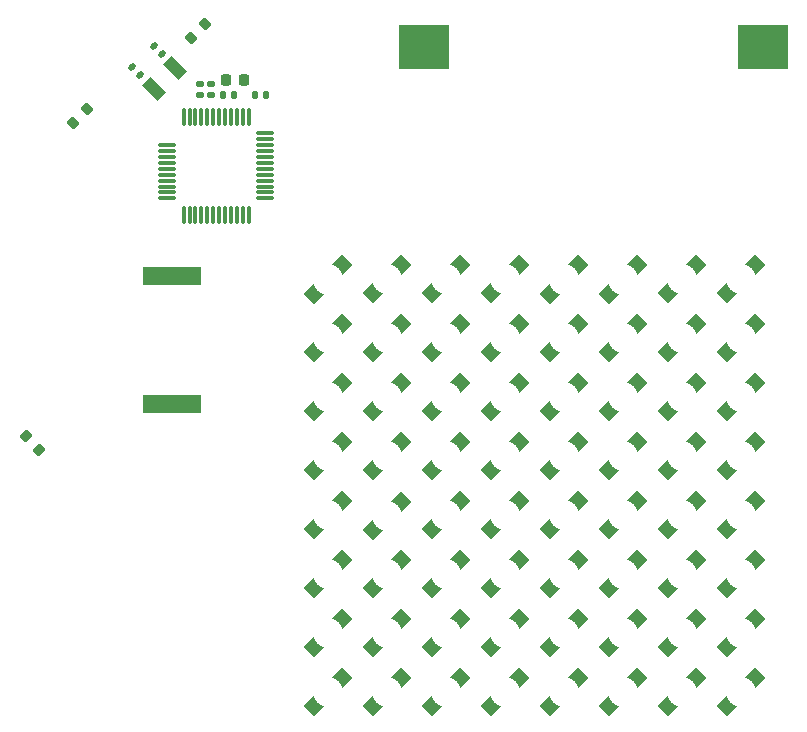
<source format=gbp>
%TF.GenerationSoftware,KiCad,Pcbnew,9.0.4*%
%TF.CreationDate,2025-09-01T02:23:14+01:00*%
%TF.ProjectId,Chirstmas-Card,43686972-7374-46d6-9173-2d436172642e,rev?*%
%TF.SameCoordinates,Original*%
%TF.FileFunction,Paste,Bot*%
%TF.FilePolarity,Positive*%
%FSLAX46Y46*%
G04 Gerber Fmt 4.6, Leading zero omitted, Abs format (unit mm)*
G04 Created by KiCad (PCBNEW 9.0.4) date 2025-09-01 02:23:14*
%MOMM*%
%LPD*%
G01*
G04 APERTURE LIST*
G04 Aperture macros list*
%AMRoundRect*
0 Rectangle with rounded corners*
0 $1 Rounding radius*
0 $2 $3 $4 $5 $6 $7 $8 $9 X,Y pos of 4 corners*
0 Add a 4 corners polygon primitive as box body*
4,1,4,$2,$3,$4,$5,$6,$7,$8,$9,$2,$3,0*
0 Add four circle primitives for the rounded corners*
1,1,$1+$1,$2,$3*
1,1,$1+$1,$4,$5*
1,1,$1+$1,$6,$7*
1,1,$1+$1,$8,$9*
0 Add four rect primitives between the rounded corners*
20,1,$1+$1,$2,$3,$4,$5,0*
20,1,$1+$1,$4,$5,$6,$7,0*
20,1,$1+$1,$6,$7,$8,$9,0*
20,1,$1+$1,$8,$9,$2,$3,0*%
%AMRotRect*
0 Rectangle, with rotation*
0 The origin of the aperture is its center*
0 $1 length*
0 $2 width*
0 $3 Rotation angle, in degrees counterclockwise*
0 Add horizontal line*
21,1,$1,$2,0,0,$3*%
%AMFreePoly0*
4,1,12,0.707250,0.605397,0.612657,0.415428,0.554581,0.211312,0.535000,0.000000,0.554581,-0.211312,0.612657,-0.415428,0.707250,-0.605397,0.722054,-0.625000,-0.535000,-0.625000,-0.535000,0.625000,0.722054,0.625000,0.707250,0.605397,0.707250,0.605397,$1*%
G04 Aperture macros list end*
%ADD10FreePoly0,225.000000*%
%ADD11FreePoly0,45.000000*%
%ADD12R,5.000000X1.500000*%
%ADD13R,4.200000X3.800000*%
%ADD14RoundRect,0.200000X0.053033X-0.335876X0.335876X-0.053033X-0.053033X0.335876X-0.335876X0.053033X0*%
%ADD15RoundRect,0.075000X-0.075000X0.662500X-0.075000X-0.662500X0.075000X-0.662500X0.075000X0.662500X0*%
%ADD16RoundRect,0.075000X-0.662500X0.075000X-0.662500X-0.075000X0.662500X-0.075000X0.662500X0.075000X0*%
%ADD17RoundRect,0.140000X-0.140000X-0.170000X0.140000X-0.170000X0.140000X0.170000X-0.140000X0.170000X0*%
%ADD18RoundRect,0.200000X-0.335876X-0.053033X-0.053033X-0.335876X0.335876X0.053033X0.053033X0.335876X0*%
%ADD19RoundRect,0.225000X-0.225000X-0.250000X0.225000X-0.250000X0.225000X0.250000X-0.225000X0.250000X0*%
%ADD20RoundRect,0.140000X0.170000X-0.140000X0.170000X0.140000X-0.170000X0.140000X-0.170000X-0.140000X0*%
%ADD21RotRect,1.000000X1.800000X225.000000*%
%ADD22RoundRect,0.140000X0.219203X0.021213X0.021213X0.219203X-0.219203X-0.021213X-0.021213X-0.219203X0*%
G04 APERTURE END LIST*
D10*
%TO.C,D45*%
X115978803Y-84521197D03*
D11*
X113421197Y-87078803D03*
%TD*%
D10*
%TO.C,D42*%
X100978803Y-84521197D03*
D11*
X98421197Y-87078803D03*
%TD*%
D10*
%TO.C,D61*%
X115978803Y-94521197D03*
D11*
X113421197Y-97078803D03*
%TD*%
D10*
%TO.C,D46*%
X120978803Y-84521197D03*
D11*
X118421197Y-87078803D03*
%TD*%
D10*
%TO.C,D54*%
X120978803Y-89521197D03*
D11*
X118421197Y-92078803D03*
%TD*%
D10*
%TO.C,D5*%
X115978803Y-59583696D03*
D11*
X113421197Y-62141302D03*
%TD*%
D10*
%TO.C,D51*%
X105978803Y-89521197D03*
D11*
X103421197Y-92078803D03*
%TD*%
D10*
%TO.C,D17*%
X95978803Y-69521197D03*
D11*
X93421197Y-72078803D03*
%TD*%
D10*
%TO.C,D7*%
X125978803Y-59521197D03*
D11*
X123421197Y-62078803D03*
%TD*%
D10*
%TO.C,D52*%
X110978803Y-89521197D03*
D11*
X108421197Y-92078803D03*
%TD*%
D10*
%TO.C,D63*%
X125978803Y-94521197D03*
D11*
X123421197Y-97078803D03*
%TD*%
D10*
%TO.C,D48*%
X130978803Y-84521197D03*
D11*
X128421197Y-87078803D03*
%TD*%
D10*
%TO.C,D50*%
X100978803Y-89521197D03*
D11*
X98421197Y-92078803D03*
%TD*%
D10*
%TO.C,D31*%
X125978803Y-74521197D03*
D11*
X123421197Y-77078803D03*
%TD*%
D10*
%TO.C,D40*%
X130978803Y-79521197D03*
D11*
X128421197Y-82078803D03*
%TD*%
D10*
%TO.C,D4*%
X110978803Y-59521197D03*
D11*
X108421197Y-62078803D03*
%TD*%
D10*
%TO.C,D49*%
X95978803Y-89521197D03*
D11*
X93421197Y-92078803D03*
%TD*%
D10*
%TO.C,D34*%
X100978803Y-79583696D03*
D11*
X98421197Y-82141302D03*
%TD*%
D10*
%TO.C,D43*%
X105978803Y-84521197D03*
D11*
X103421197Y-87078803D03*
%TD*%
D10*
%TO.C,D3*%
X105978803Y-59521197D03*
D11*
X103421197Y-62078803D03*
%TD*%
D10*
%TO.C,D13*%
X115978803Y-64521197D03*
D11*
X113421197Y-67078803D03*
%TD*%
D10*
%TO.C,D12*%
X110978803Y-64521197D03*
D11*
X108421197Y-67078803D03*
%TD*%
D10*
%TO.C,D44*%
X110978803Y-84521197D03*
D11*
X108421197Y-87078803D03*
%TD*%
D10*
%TO.C,D25*%
X95978803Y-74521197D03*
D11*
X93421197Y-77078803D03*
%TD*%
D10*
%TO.C,D22*%
X120978803Y-69521197D03*
D11*
X118421197Y-72078803D03*
%TD*%
D10*
%TO.C,D41*%
X95978803Y-84521197D03*
D11*
X93421197Y-87078803D03*
%TD*%
D10*
%TO.C,D33*%
X95978803Y-79521197D03*
D11*
X93421197Y-82078803D03*
%TD*%
D10*
%TO.C,D37*%
X115978803Y-79521197D03*
D11*
X113421197Y-82078803D03*
%TD*%
D10*
%TO.C,D9*%
X95978803Y-64521197D03*
D11*
X93421197Y-67078803D03*
%TD*%
D10*
%TO.C,D27*%
X105978803Y-74521197D03*
D11*
X103421197Y-77078803D03*
%TD*%
D10*
%TO.C,D58*%
X100978803Y-94521197D03*
D11*
X98421197Y-97078803D03*
%TD*%
D10*
%TO.C,D62*%
X120978803Y-94521197D03*
D11*
X118421197Y-97078803D03*
%TD*%
D10*
%TO.C,D6*%
X120978803Y-59583696D03*
D11*
X118421197Y-62141302D03*
%TD*%
D10*
%TO.C,D38*%
X120978803Y-79521197D03*
D11*
X118421197Y-82078803D03*
%TD*%
D10*
%TO.C,D64*%
X130978803Y-94521197D03*
D11*
X128421197Y-97078803D03*
%TD*%
D10*
%TO.C,D16*%
X130978803Y-64521197D03*
D11*
X128421197Y-67078803D03*
%TD*%
D10*
%TO.C,D19*%
X105978803Y-69521197D03*
D11*
X103421197Y-72078803D03*
%TD*%
D10*
%TO.C,D59*%
X105978803Y-94521197D03*
D11*
X103421197Y-97078803D03*
%TD*%
D10*
%TO.C,D26*%
X100978803Y-74521197D03*
D11*
X98421197Y-77078803D03*
%TD*%
D10*
%TO.C,D30*%
X120978803Y-74521197D03*
D11*
X118421197Y-77078803D03*
%TD*%
D10*
%TO.C,D1*%
X95978803Y-59583696D03*
D11*
X93421197Y-62141302D03*
%TD*%
D10*
%TO.C,D39*%
X125978803Y-79521197D03*
D11*
X123421197Y-82078803D03*
%TD*%
D10*
%TO.C,D56*%
X130978803Y-89521197D03*
D11*
X128421197Y-92078803D03*
%TD*%
D10*
%TO.C,D60*%
X110978803Y-94521197D03*
D11*
X108421197Y-97078803D03*
%TD*%
D10*
%TO.C,D57*%
X95978803Y-94521197D03*
D11*
X93421197Y-97078803D03*
%TD*%
D10*
%TO.C,D8*%
X130978803Y-59521197D03*
D11*
X128421197Y-62078803D03*
%TD*%
D10*
%TO.C,D29*%
X115978803Y-74521197D03*
D11*
X113421197Y-77078803D03*
%TD*%
D10*
%TO.C,D20*%
X110978803Y-69521197D03*
D11*
X108421197Y-72078803D03*
%TD*%
D10*
%TO.C,D18*%
X100978803Y-69521197D03*
D11*
X98421197Y-72078803D03*
%TD*%
D10*
%TO.C,D14*%
X120978803Y-64521197D03*
D11*
X118421197Y-67078803D03*
%TD*%
D10*
%TO.C,D36*%
X110978803Y-79521197D03*
D11*
X108421197Y-82078803D03*
%TD*%
D10*
%TO.C,D2*%
X100978803Y-59521197D03*
D11*
X98421197Y-62078803D03*
%TD*%
D10*
%TO.C,D11*%
X105978803Y-64521197D03*
D11*
X103421197Y-67078803D03*
%TD*%
D10*
%TO.C,D35*%
X105978803Y-79521197D03*
D11*
X103421197Y-82078803D03*
%TD*%
D10*
%TO.C,D21*%
X115978803Y-69521197D03*
D11*
X113421197Y-72078803D03*
%TD*%
D10*
%TO.C,D32*%
X130978803Y-74521197D03*
D11*
X128421197Y-77078803D03*
%TD*%
D10*
%TO.C,D47*%
X125978803Y-84521197D03*
D11*
X123421197Y-87078803D03*
%TD*%
D10*
%TO.C,D55*%
X125978803Y-89521197D03*
D11*
X123421197Y-92078803D03*
%TD*%
D10*
%TO.C,D28*%
X110978803Y-74521197D03*
D11*
X108421197Y-77078803D03*
%TD*%
D10*
%TO.C,D10*%
X100978803Y-64521197D03*
D11*
X98421197Y-67078803D03*
%TD*%
D10*
%TO.C,D53*%
X115978803Y-89521197D03*
D11*
X113421197Y-92078803D03*
%TD*%
D10*
%TO.C,D24*%
X130978803Y-69521197D03*
D11*
X128421197Y-72078803D03*
%TD*%
D10*
%TO.C,D23*%
X125978803Y-69521197D03*
D11*
X123421197Y-72078803D03*
%TD*%
D10*
%TO.C,D15*%
X125978803Y-64521197D03*
D11*
X123421197Y-67078803D03*
%TD*%
D12*
%TO.C,LS1*%
X81500000Y-71400000D03*
X81500000Y-60600000D03*
%TD*%
D13*
%TO.C,BT1*%
X102815000Y-41200000D03*
X131585000Y-41200000D03*
%TD*%
D14*
%TO.C,R5*%
X83116637Y-40383363D03*
X84283363Y-39216637D03*
%TD*%
D15*
%TO.C,U1*%
X82500000Y-47087500D03*
X83000000Y-47087500D03*
X83500000Y-47087500D03*
X84000000Y-47087500D03*
X84500000Y-47087500D03*
X85000000Y-47087500D03*
X85500000Y-47087500D03*
X86000000Y-47087500D03*
X86500000Y-47087500D03*
X87000000Y-47087500D03*
X87500000Y-47087500D03*
X88000000Y-47087500D03*
D16*
X89412500Y-48500000D03*
X89412500Y-49000000D03*
X89412500Y-49500000D03*
X89412500Y-50000000D03*
X89412500Y-50500000D03*
X89412500Y-51000000D03*
X89412500Y-51500000D03*
X89412500Y-52000000D03*
X89412500Y-52500000D03*
X89412500Y-53000000D03*
X89412500Y-53500000D03*
X89412500Y-54000000D03*
D15*
X88000000Y-55412500D03*
X87500000Y-55412500D03*
X87000000Y-55412500D03*
X86500000Y-55412500D03*
X86000000Y-55412500D03*
X85500000Y-55412500D03*
X85000000Y-55412500D03*
X84500000Y-55412500D03*
X84000000Y-55412500D03*
X83500000Y-55412500D03*
X83000000Y-55412500D03*
X82500000Y-55412500D03*
D16*
X81087500Y-54000000D03*
X81087500Y-53500000D03*
X81087500Y-53000000D03*
X81087500Y-52500000D03*
X81087500Y-52000000D03*
X81087500Y-51500000D03*
X81087500Y-51000000D03*
X81087500Y-50500000D03*
X81087500Y-50000000D03*
X81087500Y-49500000D03*
%TD*%
D17*
%TO.C,C2*%
X85820000Y-45275000D03*
X86780000Y-45275000D03*
%TD*%
D18*
%TO.C,R2*%
X69116637Y-74116637D03*
X70283363Y-75283363D03*
%TD*%
D19*
%TO.C,C3*%
X86100000Y-43950000D03*
X87650000Y-43950000D03*
%TD*%
D17*
%TO.C,C5*%
X88545000Y-45250000D03*
X89505000Y-45250000D03*
%TD*%
D20*
%TO.C,C1*%
X83850000Y-45255000D03*
X83850000Y-44295000D03*
%TD*%
D14*
%TO.C,R4*%
X73116637Y-47583363D03*
X74283363Y-46416637D03*
%TD*%
D21*
%TO.C,Y1*%
X80016117Y-44733883D03*
X81783883Y-42966117D03*
%TD*%
D20*
%TO.C,C4*%
X84850000Y-45255000D03*
X84850000Y-44295000D03*
%TD*%
D22*
%TO.C,C7*%
X80639411Y-41789411D03*
X79960589Y-41110589D03*
%TD*%
%TO.C,C6*%
X78839411Y-43589411D03*
X78160589Y-42910589D03*
%TD*%
M02*

</source>
